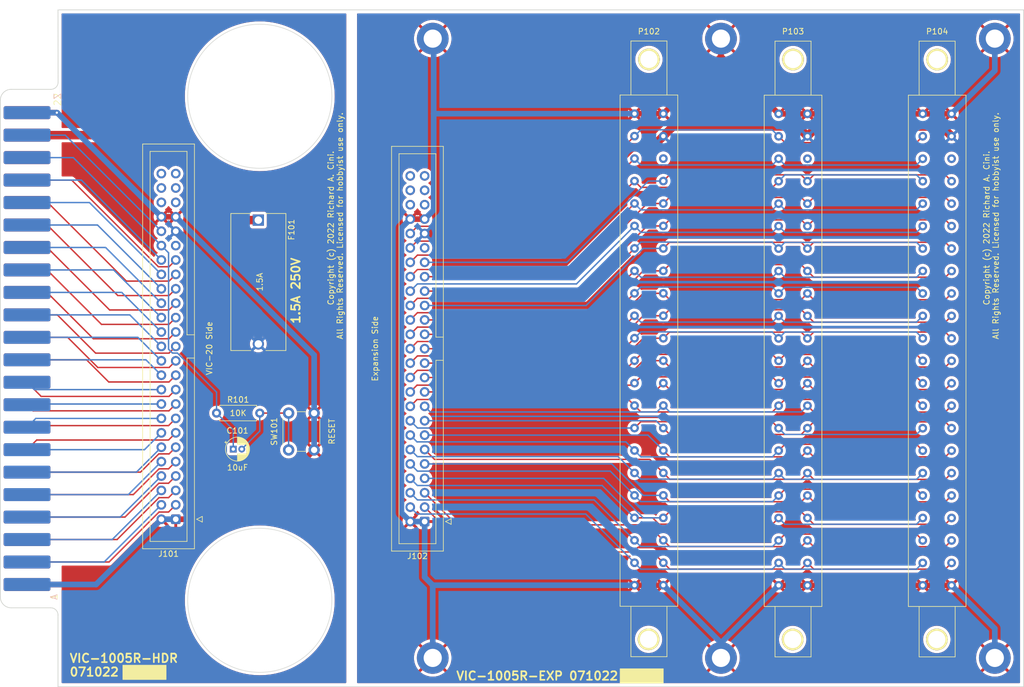
<source format=kicad_pcb>
(kicad_pcb (version 20211014) (generator pcbnew)
  (title_block (title "VIC-1005R 3-slot Expansion") (date "2022-07-10") (rev "1.0-001") (comment 1 "Derived from but not the same as the VIC-1005"))
  (layers (0 "F.Cu" signal) (31 "B.Cu" signal) (34 "B.Paste" user) (35 "F.Paste" user) (36 "B.SilkS" user "B.Silkscreen") (37 "F.SilkS" user "F.Silkscreen") (38 "B.Mask" user) (39 "F.Mask" user) (44 "Edge.Cuts" user))
  (net 0 "")
  (net 1 "BRESET")
  (net 2 "Net-(C101-Pad2)")
  (net 3 "VCC")
  (net 4 "GND1")
  (net 5 "GND")
  (net 6 "BD0")
  (net 7 "BA0")
  (net 8 "BD1")
  (net 9 "BA1")
  (net 10 "BD2")
  (net 11 "BA2")
  (net 12 "BD3")
  (net 13 "BA3")
  (net 14 "BD4")
  (net 15 "BA4")
  (net 16 "BD5")
  (net 17 "BA5")
  (net 18 "BD6")
  (net 19 "BA6")
  (net 20 "BD7")
  (net 21 "BA7")
  (net 22 "BBLK1")
  (net 23 "BA8")
  (net 24 "BBLK2")
  (net 25 "BA9")
  (net 26 "BBLK3")
  (net 27 "BA10")
  (net 28 "BBLK5")
  (net 29 "BA11")
  (net 30 "BRAM1")
  (net 31 "BA12")
  (net 32 "BRAM2")
  (net 33 "BA13")
  (net 34 "BRAM3")
  (net 35 "BIO_2")
  (net 36 "BVR#W")
  (net 37 "BIO_3")
  (net 38 "BR#W")
  (net 39 "BS02")
  (net 40 "BIRQ")
  (net 41 "BNMI")
  (net 43 "BAUDIO_IN")
  (net 50 "D0")
  (net 51 "A0")
  (net 52 "D1")
  (net 53 "A1")
  (net 54 "D2")
  (net 55 "A2")
  (net 56 "D3")
  (net 57 "A3")
  (net 58 "D4")
  (net 59 "A4")
  (net 60 "D5")
  (net 61 "A5")
  (net 62 "D6")
  (net 63 "A6")
  (net 64 "D7")
  (net 65 "A7")
  (net 66 "BLK1")
  (net 67 "A8")
  (net 68 "BLK2")
  (net 69 "A9")
  (net 70 "BLK3")
  (net 71 "A10")
  (net 72 "BLK5")
  (net 73 "A11")
  (net 74 "RAM1")
  (net 75 "A12")
  (net 76 "RAM2")
  (net 77 "A13")
  (net 78 "RAM3")
  (net 79 "IO_2")
  (net 80 "VR#W")
  (net 81 "IO_3")
  (net 82 "R#W")
  (net 83 "S02")
  (net 84 "IRQ")
  (net 85 "NMI")
  (net 87 "RESET")
  (net 88 "VDDA")
  (net 89 "AUDIO_IN")
  (net 99 "/RawVCC")
  (footprint "MountingHole:MountingHole_3.2mm_M3_DIN965_Pad" (layer "F.Cu") (at 99.06 149.86)
    (fp_text reference "H102" hide)
    (fp_text value "MountingHole" hide)
  )
  (footprint "RAC_Custom:MA156-22-2" (layer "F.Cu") (at 27.94 95.3008 -90)
    (fp_text reference "P101" hide)
    (fp_text value "EXPANSION" hide)
    (fp_line (start 45.72 3.175) (end 45.72 -3.81) (layer "Edge.Cuts") (width 0.127))
    (fp_line (start -43.815 5.08) (end 43.815 5.08) (layer "Edge.Cuts") (width 0.127))
    (fp_line (start -45.72 3.175) (end -45.72 -3.81) (layer "Edge.Cuts") (width 0.127))
    (fp_arc (start 45.72 3.175) (mid 45.162038 4.522038) (end 43.815 5.08) (layer "Edge.Cuts") (width 0.127))
    (fp_arc (start -43.815 5.08) (mid -45.162038 4.522038) (end -45.72 3.175) (layer "Edge.Cuts") (width 0.127))
  )
  (footprint "MountingHole:MountingHole_3.2mm_M3_DIN965_Pad" (layer "F.Cu") (at 198.12 40.64)
    (fp_text reference "H105" hide)
    (fp_text value "MountingHole" hide)
  )
  (footprint "MountingHole:MountingHole_3.2mm_M3_DIN965_Pad" (layer "F.Cu") (at 99.06 40.64)
    (fp_text reference "H101" hide)
    (fp_text value "MountingHole" hide)
  )
  (footprint "Keystone:FUSE_4527" (layer "F.Cu") (at 68.326 83.564 -90)
    (fp_text reference "F101")
    (fp_text value "1.5A")
  )
  (footprint "RAC_Custom:EDAC_02_22_Card_Edge_Connector" (layer "F.Cu") (at 137.16 34.0741 180)
    (fp_text reference "P102")
    (fp_text value "EXPANSION" hide)
  )
  (footprint "MountingHole:MountingHole_3.2mm_M3_DIN965_Pad" (layer "F.Cu") (at 198.12 149.86)
    (fp_text reference "H106" hide)
    (fp_text value "MountingHole" hide)
  )
  (footprint "MountingHole:MountingHole_3.2mm_M3_DIN965_Pad" (layer "F.Cu") (at 149.86 40.64)
    (fp_text reference "H103" hide)
    (fp_text value "MountingHole" hide)
  )
  (footprint "RAC_Custom:EDAC_02_22_Card_Edge_Connector" (layer "F.Cu") (at 187.96 34.0995 180)
    (fp_text reference "P104")
    (fp_text value "EXPANSION" hide)
  )
  (footprint "Button_Switch_THT:SW_PUSH_6mm" (layer "F.Cu") (at 78.16 106.68 -90)
    (fp_text reference "SW101")
    (fp_text value "RESET")
  )
  (footprint "RAC_Custom:EDAC_02_22_Card_Edge_Connector" (layer "F.Cu") (at 162.56 34.0995 180)
    (fp_text reference "P103")
    (fp_text value "EXPANSION" hide)
  )
  (footprint "Connector_IDC:IDC-Header_2x25_P2.54mm_Vertical" (layer "F.Cu") (at 53.7718 125.3998 180)
    (fp_text reference "J101")
    (fp_text value "VIC-20 Side")
  )
  (footprint "MountingHole:MountingHole_3.2mm_M3_DIN965_Pad" (layer "F.Cu") (at 149.86 149.86)
    (fp_text reference "H104" hide)
    (fp_text value "MountingHole" hide)
  )
  (footprint "Resistor_THT:R_Axial_DIN0207_L6.3mm_D2.5mm_P7.62mm_Horizontal" (layer "F.Cu") (at 60.96 106.68)
    (fp_text reference "R101")
    (fp_text value "10K")
  )
  (footprint "Capacitor_THT:CP_Radial_D4.0mm_P1.50mm" (layer "F.Cu") (at 63.905 113.03)
    (fp_text reference "C101")
    (fp_text value "10uF")
  )
  (footprint "Connector_IDC:IDC-Header_2x25_P2.54mm_Vertical" (layer "F.Cu") (at 97.6376 125.8062 180)
    (fp_text reference "J102")
    (fp_text value "Expansion Side")
  )
  (gr_poly (pts (xy 52.07 153.67) (xy 44.45 153.67) (xy 44.45 151.13) (xy 52.07 151.13)) (layer "F.SilkS") (width 0.1) (fill solid))
  (gr_poly (pts (xy 139.7 154.305) (xy 132.08 154.305) (xy 132.08 151.765) (xy 139.7 151.765)) (layer "F.SilkS") (width 0.1) (fill solid))
  (gr_circle (center 68.58 50.8) (end 76.2 60.96) (layer "Edge.Cuts") (width 0.1) (fill none))
  (gr_line (start 33.04 48.31) (end 33.02 35.56) (layer "Edge.Cuts") (width 0.127))
  (gr_line (start 33.02 142.2908) (end 33.02 154.94) (layer "Edge.Cuts") (width 0.127))
  (gr_line (start 33.02 35.56) (end 83.82 35.56) (layer "Edge.Cuts") (width 0.127))
  (gr_line (start 33.02 154.94) (end 203.2 154.94) (layer "Edge.Cuts") (width 0.127))
  (gr_arc (start 33.04 48.31) (mid 32.660986 49.215405) (end 31.75 49.5808) (layer "Edge.Cuts") (width 0.127))
  (gr_line (start 203.2 35.56) (end 203.2 154.94) (layer "Edge.Cuts") (width 0.127))
  (gr_arc (start 31.75 141.0208) (mid 32.648026 141.392774) (end 33.02 142.2908) (layer "Edge.Cuts") (width 0.127))
  (gr_circle (center 68.58 139.7) (end 76.2 149.86) (layer "Edge.Cuts") (width 0.1) (fill none))
  (gr_line (start 83.82 35.56) (end 203.2 35.56) (layer "Edge.Cuts") (width 0.127))
  (gr_text "Copyright (c) 2022 Richard A. Cini. \nAll Rights Reserved. Licensed for hobbyist use only.\n" (at 81.915 73.66 90) (layer "F.SilkS") (effects (font (size 1 1))))
  (gr_text "1.5A 250V" (at 74.93 85.09 90) (layer "F.SilkS") (effects (font (size 1.5 1.5) (thickness 0.3))))
  (gr_text "VIC-1005R-EXP 071022" (at 117.475 153.035) (layer "F.SilkS") (effects (font (size 1.5 1.5) (thickness 0.3))))
  (gr_text "Copyright (c) 2022 Richard A. Cini. \nAll Rights Reserved. Licensed for hobbyist use only.\n" (at 197.485 73.66 90) (layer "F.SilkS") (effects (font (size 1 1))))
  (gr_text "VIC-1005R-HDR\n071022" (at 34.925 151.13) (layer "F.SilkS") (effects (font (size 1.5 1.5) (thickness 0.3)) (justify left)))
  (segment (start 51.2318 77.1398) (end 35.7124 61.6204) (width 0.25) (layer "B.Cu") (net 1))
  (segment (start 60.96 106.68) (end 60.96 102.9855) (width 0.25) (layer "B.Cu") (net 1))
  (segment (start 60.96 102.9855) (end 54.0697 96.0952) (width 0.25) (layer "B.Cu") (net 1))
  (segment (start 35.7124 61.6204) (end 27.559 61.6204) (width 0.25) (layer "B.Cu") (net 1))
  (segment (start 54.0697 96.0952) (end 53.1877 96.0952) (width 0.25) (layer "B.Cu") (net 1))
  (segment (start 52.5018 78.4098) (end 51.2318 77.1398) (width 0.25) (layer "B.Cu") (net 1))
  (segment (start 63.905 109.625) (end 60.96 106.68) (width 0.25) (layer "B.Cu") (net 1))
  (segment (start 52.5018 95.4093) (end 52.5018 78.4098) (width 0.25) (layer "B.Cu") (net 1))
  (segment (start 53.1877 96.0952) (end 52.5018 95.4093) (width 0.25) (layer "B.Cu") (net 1))
  (segment (start 63.905 113.03) (end 63.905 109.625) (width 0.25) (layer "B.Cu") (net 1))
  (segment (start 68.58 106.68) (end 73.66 106.68) (width 0.25) (layer "F.Cu") (net 2))
  (segment (start 68.58 109.855) (end 68.58 106.68) (width 0.25) (layer "B.Cu") (net 2))
  (segment (start 65.405 113.03) (end 68.58 109.855) (width 0.25) (layer "B.Cu") (net 2))
  (segment (start 73.66 106.68) (end 73.66 113.18) (width 0.25) (layer "B.Cu") (net 2))
  (segment (start 53.7718 74.5998) (end 53.894 74.5998) (width 1.5) (layer "B.Cu") (net 3))
  (segment (start 68.326 89.0318) (end 68.326 94.484) (width 1.5) (layer "B.Cu") (net 3))
  (segment (start 53.894 74.5998) (end 68.326 89.0318) (width 1.5) (layer "B.Cu") (net 3))
  (segment (start 165.1 137.0595) (end 185.42 137.0595) (width 1) (layer "F.Cu") (net 4))
  (segment (start 139.7 137.0341) (end 134.62 137.0341) (width 1) (layer "F.Cu") (net 4))
  (segment (start 185.42 137.0595) (end 190.5 137.0595) (width 1) (layer "F.Cu") (net 4))
  (segment (start 134.62 53.8741) (end 139.7 53.8741) (width 1) (layer "F.Cu") (net 4))
  (segment (start 139.7 53.8741) (end 149.8346 43.7395) (width 1) (layer "F.Cu") (net 4))
  (segment (start 160.02 53.8995) (end 149.86 43.7395) (width 1) (layer "F.Cu") (net 4))
  (segment (start 160.02 137.0595) (end 165.1 137.0595) (width 1) (layer "F.Cu") (net 4))
  (segment (start 165.1 53.8995) (end 185.42 53.8995) (width 1) (layer "F.Cu") (net 4))
  (segment (start 185.42 53.8995) (end 190.5 53.8995) (width 1) (layer "F.Cu") (net 4))
  (segment (start 149.86 43.7395) (end 149.86 40.64) (width 1) (layer "F.Cu") (net 4))
  (segment (start 149.8346 43.7395) (end 149.86 43.7395) (width 1) (layer "F.Cu") (net 4))
  (segment (start 165.1 53.8995) (end 160.02 53.8995) (width 1) (layer "F.Cu") (net 4))
  (segment (start 95.0976 72.4662) (end 97.6376 72.4662) (width 1) (layer "F.Cu") (net 4))
  (segment (start 198.12 46.2795) (end 198.12 40.64) (width 1) (layer "B.Cu") (net 4))
  (segment (start 149.86 147.1941) (end 149.86 149.86) (width 1) (layer "B.Cu") (net 4))
  (segment (start 99.2245 70.8793) (end 99.2245 53.8741) (width 1) (layer "B.Cu") (net 4))
  (segment (start 99.2245 40.8045) (end 99.06 40.64) (width 1) (layer "B.Cu") (net 4))
  (segment (start 198.12 144.6795) (end 198.12 149.86) (width 1) (layer "B.Cu") (net 4))
  (segment (start 99.06 137.0341) (end 97.6376 135.6117) (width 1) (layer "B.Cu") (net 4))
  (segment (start 97.6376 135.6117) (end 97.6376 125.8062) (width 1) (layer "B.Cu") (net 4))
  (segment (start 190.5 137.0595) (end 198.12 144.6795) (width 1) (layer "B.Cu") (net 4))
  (segment (start 99.2245 53.8741) (end 99.2245 40.8045) (width 1) (layer "B.Cu") (net 4))
  (segment (start 93.547 124.2556) (end 95.0976 125.8062) (width 1) (layer "B.Cu") (net 4))
  (segment (start 93.547 74.0168) (end 93.547 124.2556) (width 1) (layer "B.Cu") (net 4))
  (segment (start 99.2245 53.8741) (end 134.62 53.8741) (width 1) (layer "B.Cu") (net 4))
  (segment (start 149.8854 147.1941) (end 149.86 147.1941) (width 1) (layer "B.Cu") (net 4))
  (segment (start 139.7 137.0341) (end 149.86 147.1941) (width 1) (layer "B.Cu") (net 4))
  (segment (start 95.0976 72.4662) (end 93.547 74.0168) (width 1) (layer "B.Cu") (net 4))
  (segment (start 99.06 137.0341) (end 99.06 149.86) (width 1) (layer "B.Cu") (net 4))
  (segment (start 160.02 137.0595) (end 149.8854 147.1941) (width 1) (layer "B.Cu") (net 4))
  (segment (start 95.0976 125.8062) (end 97.6376 125.8062) (width 1) (layer "B.Cu") (net 4))
  (segment (start 190.5 53.8995) (end 198.12 46.2795) (width 1) (layer "B.Cu") (net 4))
  (segment (start 134.62 137.0341) (end 99.06 137.0341) (width 1) (layer "B.Cu") (net 4))
  (segment (start 97.6376 72.4662) (end 99.2245 70.8793) (width 1) (layer "B.Cu") (net 4))
  (segment (start 27.559 53.6956) (end 32.8125 53.6956) (width 1) (layer "F.Cu") (net 5))
  (segment (start 51.2318 125.3998) (end 39.7256 136.906) (width 1) (layer "F.Cu") (net 5))
  (segment (start 51.2318 72.0598) (end 53.7718 72.0598) (width 1) (layer "F.Cu") (net 5))
  (segment (start 39.7256 136.906) (end 27.559 136.906) (width 1) (layer "F.Cu") (net 5))
  (segment (start 65.9402 125.3998) (end 78.16 113.18) (width 1) (layer "F.Cu") (net 5))
  (segment (start 53.7718 125.3998) (end 65.9402 125.3998) (width 1) (layer "F.Cu") (net 5))
  (via (at 32.8125 53.6956) (size 0.8) (drill 0.4) (layers "F.Cu" "B.Cu") (net 5))
  (segment (start 32.8676 53.6956) (end 51.2318 72.0598) (width 1) (layer "B.Cu") (net 5))
  (segment (start 32.8125 53.6956) (end 32.8676 53.6956) (width 1) (layer "B.Cu") (net 5))
  (segment (start 78.16 96.448) (end 78.16 106.68) (width 1) (layer "B.Cu") (net 5))
  (segment (start 51.2318 125.3998) (end 53.7718 125.3998) (width 1) (layer "B.Cu") (net 5))
  (segment (start 27.559 136.906) (end 39.7256 136.906) (width 1) (layer "B.Cu") (net 5))
  (segment (start 27.559 53.6956) (end 32.8125 53.6956) (width 1) (layer "B.Cu") (net 5))
  (segment (start 53.7718 72.0598) (end 78.16 96.448) (width 1) (layer "B.Cu") (net 5))
  (segment (start 39.7256 136.906) (end 51.2318 125.3998) (width 1) (layer "B.Cu") (net 5))
  (segment (start 78.16 106.68) (end 78.16 113.18) (width 1) (layer "B.Cu") (net 5))
  (segment (start 50.8281 124.1298) (end 42.0143 132.9436) (width 0.25) (layer "F.Cu") (net 6))
  (segment (start 53.7718 122.8598) (end 52.5018 124.1298) (width 0.25) (layer "F.Cu") (net 6))
  (segment (start 42.0143 132.9436) (end 27.559 132.9436) (width 0.25) (layer "F.Cu") (net 6))
  (segment (start 52.5018 124.1298) (end 50.8281 124.1298) (width 0.25) (layer "F.Cu") (net 6))
  (segment (start 51.2318 122.8598) (end 41.148 132.9436) (width 0.25) (layer "B.Cu") (net 7))
  (segment (start 41.148 132.9436) (end 27.559 132.9436) (width 0.25) (layer "B.Cu") (net 7))
  (segment (start 43.4293 128.9812) (end 27.559 128.9812) (width 0.25) (layer "F.Cu") (net 8))
  (segment (start 53.7718 120.3198) (end 52.5018 121.5898) (width 0.25) (layer "F.Cu") (net 8))
  (segment (start 52.5018 121.5898) (end 50.8207 121.5898) (width 0.25) (layer "F.Cu") (net 8))
  (segment (start 50.8207 121.5898) (end 43.4293 128.9812) (width 0.25) (layer "F.Cu") (net 8))
  (segment (start 42.5704 128.9812) (end 27.559 128.9812) (width 0.25) (layer "B.Cu") (net 9))
  (segment (start 51.2318 120.3198) (end 42.5704 128.9812) (width 0.25) (layer "B.Cu") (net 9))
  (segment (start 52.5018 119.0498) (end 50.7923 119.0498) (width 0.25) (layer "F.Cu") (net 10))
  (segment (start 44.8233 125.0188) (end 27.559 125.0188) (width 0.25) (layer "F.Cu") (net 10))
  (segment (start 50.7923 119.0498) (end 44.8233 125.0188) (width 0.25) (layer "F.Cu") (net 10))
  (segment (start 53.7718 117.7798) (end 52.5018 119.0498) (width 0.25) (layer "F.Cu") (net 10))
  (segment (start 51.2318 117.7798) (end 43.9928 125.0188) (width 0.25) (layer "B.Cu") (net 11))
  (segment (start 43.9928 125.0188) (end 27.559 125.0188) (width 0.25) (layer "B.Cu") (net 11))
  (segment (start 50.8307 116.5098) (end 46.2841 121.0564) (width 0.25) (layer "F.Cu") (net 12))
  (segment (start 53.7718 115.2398) (end 52.5018 116.5098) (width 0.25) (layer "F.Cu") (net 12))
  (segment (start 46.2841 121.0564) (end 27.559 121.0564) (width 0.25) (layer "F.Cu") (net 12))
  (segment (start 52.5018 116.5098) (end 50.8307 116.5098) (width 0.25) (layer "F.Cu") (net 12))
  (segment (start 51.2318 115.2398) (end 45.4152 121.0564) (width 0.25) (layer "B.Cu") (net 13))
  (segment (start 45.4152 121.0564) (end 27.559 121.0564) (width 0.25) (layer "B.Cu") (net 13))
  (segment (start 53.7718 112.6998) (end 52.5964 113.8752) (width 0.25) (layer "F.Cu") (net 14))
  (segment (start 52.5964 113.8752) (end 50.7825 113.8752) (width 0.25) (layer "F.Cu") (net 14))
  (segment (start 47.5637 117.094) (end 27.559 117.094) (width 0.25) (layer "F.Cu") (net 14))
  (segment (start 50.7825 113.8752) (end 47.5637 117.094) (width 0.25) (layer "F.Cu") (net 14))
  (segment (start 46.8376 117.094) (end 27.559 117.094) (width 0.25) (layer "B.Cu") (net 15))
  (segment (start 51.2318 112.6998) (end 46.8376 117.094) (width 0.25) (layer "B.Cu") (net 15))
  (segment (start 52.5018 111.4298) (end 29.2608 111.4298) (width 0.25) (layer "F.Cu") (net 16))
  (segment (start 53.7718 110.1598) (end 52.5018 111.4298) (width 0.25) (layer "F.Cu") (net 16))
  (segment (start 29.2608 111.4298) (end 27.559 113.1316) (width 0.25) (layer "F.Cu") (net 16))
  (segment (start 48.26 113.1316) (end 27.559 113.1316) (width 0.25) (layer "B.Cu") (net 17))
  (segment (start 51.2318 110.1598) (end 48.26 113.1316) (width 0.25) (layer "B.Cu") (net 17))
  (segment (start 27.8384 108.8898) (end 27.559 109.1692) (width 0.25) (layer "F.Cu") (net 18))
  (segment (start 53.7718 107.6198) (end 52.5018 108.8898) (width 0.25) (layer "F.Cu") (net 18))
  (segment (start 52.5018 108.8898) (end 27.8384 108.8898) (width 0.25) (layer "F.Cu") (net 18))
  (segment (start 29.1084 107.6198) (end 27.559 109.1692) (width 0.25) (layer "B.Cu") (net 19))
  (segment (start 51.2318 107.6198) (end 29.1084 107.6198) (width 0.25) (layer "B.Cu") (net 19))
  (segment (start 53.7718 105.0798) (end 52.5732 106.2784) (width 0.25) (layer "F.Cu") (net 20))
  (segment (start 52.5732 106.2784) (end 28.6306 106.2784) (width 0.25) (layer "F.Cu") (net 20))
  (segment (start 28.6306 106.2784) (end 27.559 105.2068) (width 0.25) (layer "F.Cu") (net 20))
  (segment (start 27.686 105.0798) (end 27.559 105.2068) (width 0.25) (layer "B.Cu") (net 21))
  (segment (start 51.2318 105.0798) (end 27.686 105.0798) (width 0.25) (layer "B.Cu") (net 21))
  (segment (start 30.0517 103.7371) (end 27.559 101.2444) (width 0.25) (layer "F.Cu") (net 22))
  (segment (start 53.7718 102.5398) (end 52.5745 103.7371) (width 0.25) (layer "F.Cu") (net 22))
  (segment (start 52.5745 103.7371) (end 30.0517 103.7371) (width 0.25) (layer "F.Cu") (net 22))
  (segment (start 28.8544 102.5398) (end 27.559 101.2444) (width 0.25) (layer "B.Cu") (net 23))
  (segment (start 51.2318 102.5398) (end 28.8544 102.5398) (width 0.25) (layer "B.Cu") (net 23))
  (segment (start 41.9539 101.1904) (end 38.0455 97.282) (width 0.25) (layer "F.Cu") (net 24))
  (segment (start 38.0455 97.282) (end 27.559 97.282) (width 0.25) (layer "F.Cu") (net 24))
  (segment (start 52.5812 101.1904) (end 41.9539 101.1904) (width 0.25) (layer "F.Cu") (net 24))
  (segment (start 53.7718 99.9998) (end 52.5812 101.1904) (width 0.25) (layer "F.Cu") (net 24))
  (segment (start 51.2318 99.9998) (end 48.514 97.282) (width 0.25) (layer "B.Cu") (net 25))
  (segment (start 48.514 97.282) (end 27.559 97.282) (width 0.25) (layer "B.Cu") (net 25))
  (segment (start 34.72 93.3196) (end 27.559 93.3196) (width 0.25) (layer "F.Cu") (net 26))
  (segment (start 52.5958 98.6358) (end 40.0362 98.6358) (width 0.25) (layer "F.Cu") (net 26))
  (segment (start 40.0362 98.6358) (end 34.72 93.3196) (width 0.25) (layer "F.Cu") (net 26))
  (segment (start 53.7718 97.4598) (end 52.5958 98.6358) (width 0.25) (layer "F.Cu") (net 26))
  (segment (start 51.2318 97.4598) (end 47.0916 93.3196) (width 0.25) (layer "B.Cu") (net 27))
  (segment (start 47.0916 93.3196) (end 27.559 93.3196) (width 0.25) (layer "B.Cu") (net 27))
  (segment (start 53.7718 94.9198) (end 52.5856 96.106) (width 0.25) (layer "F.Cu") (net 28))
  (segment (start 39.647 96.106) (end 32.8982 89.3572) (width 0.25) (layer "F.Cu") (net 28))
  (segment (start 32.8982 89.3572) (end 27.559 89.3572) (width 0.25) (layer "F.Cu") (net 28))
  (segment (start 52.5856 96.106) (end 39.647 96.106) (width 0.25) (layer "F.Cu") (net 28))
  (segment (start 45.6692 89.3572) (end 27.559 89.3572) (width 0.25) (layer "B.Cu") (net 29))
  (segment (start 51.2318 94.9198) (end 45.6692 89.3572) (width 0.25) (layer "B.Cu") (net 29))
  (segment (start 31.0767 85.3948) (end 27.559 85.3948) (width 0.25) (layer "F.Cu") (net 30))
  (segment (start 53.7718 92.3798) (end 52.5819 93.5697) (width 0.25) (layer "F.Cu") (net 30))
  (segment (start 52.5819 93.5697) (end 39.2516 93.5697) (width 0.25) (layer "F.Cu") (net 30))
  (segment (start 39.2516 93.5697) (end 31.0767 85.3948) (width 0.25) (layer "F.Cu") (net 30))
  (segment (start 44.2468 85.3948) (end 27.559 85.3948) (width 0.25) (layer "B.Cu") (net 31))
  (segment (start 51.2318 92.3798) (end 44.2468 85.3948) (width 0.25) (layer "B.Cu") (net 31))
  (segment (start 53.7718 89.8398) (end 52.5817 91.0299) (width 0.25) (layer "F.Cu") (net 32))
  (segment (start 31.0802 81.4324) (end 27.559 81.4324) (width 0.25) (layer "F.Cu") (net 32))
  (segment (start 52.5817 91.0299) (end 40.6777 91.0299) (width 0.25) (layer "F.Cu") (net 32))
  (segment (start 40.6777 91.0299) (end 31.0802 81.4324) (width 0.25) (layer "F.Cu") (net 32))
  (segment (start 42.8244 81.4324) (end 27.559 81.4324) (width 0.25) (layer "B.Cu") (net 33))
  (segment (start 51.2318 89.8398) (end 42.8244 81.4324) (width 0.25) (layer "B.Cu") (net 33))
  (segment (start 31.0906 77.47) (end 27.559 77.47) (width 0.25) (layer "F.Cu") (net 34))
  (segment (start 52.5815 88.4901) (end 42.1107 88.4901) (width 0.25) (layer "F.Cu") (net 34))
  (segment (start 42.1107 88.4901) (end 31.0906 77.47) (width 0.25) (layer "F.Cu") (net 34))
  (segment (start 53.7718 87.2998) (end 52.5815 88.4901) (width 0.25) (layer "F.Cu") (net 34))
  (segment (start 51.2318 87.2998) (end 41.402 77.47) (width 0.25) (layer "B.Cu") (net 35))
  (segment (start 41.402 77.47) (end 27.559 77.47) (width 0.25) (layer "B.Cu") (net 35))
  (segment (start 31.1218 73.5076) (end 27.559 73.5076) (width 0.25) (layer "F.Cu") (net 36))
  (segment (start 53.7718 84.7598) (end 52.5796 85.952) (width 0.25) (layer "F.Cu") (net 36))
  (segment (start 52.5796 85.952) (end 43.5662 85.952) (width 0.25) (layer "F.Cu") (net 36))
  (segment (start 43.5662 85.952) (end 31.1218 73.5076) (width 0.25) (layer "F.Cu") (net 36))
  (segment (start 39.9796 73.5076) (end 27.559 73.5076) (width 0.25) (layer "B.Cu") (net 37))
  (segment (start 51.2318 84.7598) (end 39.9796 73.5076) (width 0.25) (layer "B.Cu") (net 37))
  (segment (start 53.7718 82.2198) (end 52.5917 83.3999) (width 0.25) (layer "F.Cu") (net 38))
  (segment (start 52.5917 83.3999) (end 45.0702 83.3999) (width 0.25) (layer "F.Cu") (net 38))
  (segment (start 31.2155 69.5452) (end 27.559 69.5452) (width 0.25) (layer "F.Cu") (net 38))
  (segment (start 45.0702 83.3999) (end 31.2155 69.5452) (width 0.25) (layer "F.Cu") (net 38))
  (segment (start 51.2318 82.2198) (end 38.5572 69.5452) (width 0.25) (layer "B.Cu") (net 39))
  (segment (start 38.5572 69.5452) (end 27.559 69.5452) (width 0.25) (layer "B.Cu") (net 39))
  (segment (start 52.5812 80.8704) (end 50.7095 80.8704) (width 0.25) (layer "F.Cu") (net 40))
  (segment (start 53.7718 79.6798) (end 52.5812 80.8704) (width 0.25) (layer "F.Cu") (net 40))
  (segment (start 35.4219 65.5828) (end 27.559 65.5828) (width 0.25) (layer "F.Cu") (net 40))
  (segment (start 50.7095 80.8704) (end 35.4219 65.5828) (width 0.25) (layer "F.Cu") (net 40))
  (segment (start 37.1348 65.5828) (end 27.559 65.5828) (width 0.25) (layer "B.Cu") (net 41))
  (segment (start 51.2318 79.6798) (end 37.1348 65.5828) (width 0.25) (layer "B.Cu") (net 41))
  (segment (start 51.2318 74.5998) (end 34.29 57.658) (width 0.25) (layer "B.Cu") (net 43))
  (segment (start 34.29 57.658) (end 27.559 57.658) (width 0.25) (layer "B.Cu") (net 43))
  (segment (start 139.7 133.0741) (end 140.8128 134.1869) (width 0.25) (layer "F.Cu") (net 50))
  (segment (start 105.5445 131.1731) (end 137.799 131.1731) (width 0.25) (layer "F.Cu") (net 50))
  (segment (start 189.3996 134.1999) (end 190.5 133.0995) (width 0.25) (layer "F.Cu") (net 50))
  (segment (start 140.8128 134.1869) (end 164.0126 134.1869) (width 0.25) (layer "F.Cu") (net 50))
  (segment (start 166.2004 134.1999) (end 189.3996 134.1999) (width 0.25) (layer "F.Cu") (net 50))
  (segment (start 165.1 133.0995) (end 166.2004 134.1999) (width 0.25) (layer "F.Cu") (net 50))
  (segment (start 97.6376 123.2662) (end 105.5445 131.1731) (width 0.25) (layer "F.Cu") (net 50))
  (segment (start 164.0126 134.1869) (end 165.1 133.0995) (width 0.25) (layer "F.Cu") (net 50))
  (segment (start 137.799 131.1731) (end 139.7 133.0741) (width 0.25) (layer "F.Cu") (net 50))
  (segment (start 184.3143 134.2052) (end 185.42 133.0995) (width 0.25) (layer "B.Cu") (net 51))
  (segment (start 134.62 133.0741) (end 135.7449 134.199) (width 0.25) (layer "B.Cu") (net 51))
  (segment (start 95.0976 123.2662) (end 96.3142 124.4828) (width 0.25) (layer "B.Cu") (net 51))
  (segment (start 158.9205 134.199) (end 160.02 133.0995) (width 0.25) (layer "B.Cu") (net 51))
  (segment (start 160.02 133.0995) (end 161.1257 134.2052) (width 0.25) (layer "B.Cu") (net 51))
  (segment (start 135.7449 134.199) (end 158.9205 134.199) (width 0.25) (layer "B.Cu") (net 51))
  (segment (start 161.1257 134.2052) (end 184.3143 134.2052) (width 0.25) (layer "B.Cu") (net 51))
  (segment (start 96.3142 124.4828) (end 126.0287 124.4828) (width 0.25) (layer "B.Cu") (net 51))
  (segment (start 126.0287 124.4828) (end 134.62 133.0741) (width 0.25) (layer "B.Cu") (net 51))
  (segment (start 165.1 129.1395) (end 166.2004 130.2399) (width 0.25) (layer "F.Cu") (net 52))
  (segment (start 140.8128 130.2269) (end 164.0126 130.2269) (width 0.25) (layer "F.Cu") (net 52))
  (segment (start 139.7 129.1141) (end 140.8128 130.2269) (width 0.25) (layer "F.Cu") (net 52))
  (segment (start 97.6376 120.7262) (end 103.3052 126.3938) (width 0.25) (layer "F.Cu") (net 52))
  (segment (start 166.2004 130.2399) (end 189.3996 130.2399) (width 0.25) (layer "F.Cu") (net 52))
  (segment (start 103.3052 126.3938) (end 136.9797 126.3938) (width 0.25) (layer "F.Cu") (net 52))
  (segment (start 164.0126 130.2269) (end 165.1 129.1395) (width 0.25) (layer "F.Cu") (net 52))
  (segment (start 136.9797 126.3938) (end 139.7 129.1141) (width 0.25) (layer "F.Cu") (net 52))
  (segment (start 189.3996 130.2399) (end 190.5 129.1395) (width 0.25) (layer "F.Cu") (net 52))
  (segment (start 161.1338 128.0257) (end 184.3062 128.0257) (width 0.25) (layer "F.Cu") (net 53))
  (segment (start 184.3062 128.0257) (end 185.42 129.1395) (width 0.25) (layer "F.Cu") (net 53))
  (segment (start 160.02 129.1395) (end 161.1338 128.0257) (width 0.25) (layer "F.Cu") (net 53))
  (segment (start 135.7126 130.2067) (end 134.62 129.1141) (width 0.25) (layer "B.Cu") (net 53))
  (segment (start 127.5021 121.9962) (end 134.62 129.1141) (width 0.25) (layer "B.Cu") (net 53))
  (segment (start 96.3676 121.9962) (end 127.5021 121.9962) (width 0.25) (layer "B.Cu") (net 53))
  (segment (start 160.02 129.1395) (end 158.9528 130.2067) (width 0.25) (layer "B.Cu") (net 53))
  (segment (start 158.9528 130.2067) (end 135.7126 130.2067) (width 0.25) (layer "B.Cu") (net 53))
  (segment (start 95.0976 120.7262) (end 96.3676 121.9962) (width 0.25) (layer "B.Cu") (net 53))
  (segment (start 189.3996 126.2799) (end 190.5 125.1795) (width 0.25) (layer "F.Cu") (net 54))
  (segment (start 139.7 125.1541) (end 140.7624 124.0917) (width 0.25) (layer "F.Cu") (net 54))
  (segment (start 164.0122 124.0917) (end 165.1 125.1795) (width 0.25) (layer "F.Cu") (net 54))
  (segment (start 140.7624 124.0917) (end 164.0122 124.0917) (width 0.25) (layer "F.Cu") (net 54))
  (segment (start 166.2004 126.2799) (end 189.3996 126.2799) (width 0.25) (layer "F.Cu") (net 54))
  (segment (start 165.1 125.1795) (end 166.2004 126.2799) (width 0.25) (layer "F.Cu") (net 54))
  (segment (start 129.19 118.1862) (end 136.1579 125.1541) (width 0.25) (layer "B.Cu") (net 54))
  (segment (start 136.1579 125.1541) (end 139.7 125.1541) (width 0.25) (layer "B.Cu") (net 54))
  (segment (start 97.6376 118.1862) (end 129.19 118.1862) (width 0.25) (layer "B.Cu") (net 54))
  (segment (start 137.8233 125.1541) (end 134.62 125.1541) (width 0.25) (layer "F.Cu") (net 55))
  (segment (start 158.9305 126.269) (end 138.9382 126.269) (width 0.25) (layer "F.Cu") (net 55))
  (segment (start 160.02 125.1795) (end 158.9305 126.269) (width 0.25) (layer "F.Cu") (net 55))
  (segment (start 138.9382 126.269) (end 137.8233 125.1541) (width 0.25) (layer "F.Cu") (net 55))
  (segment (start 128.9221 119.4562) (end 134.62 125.1541) (width 0.25) (layer "B.Cu") (net 55))
  (segment (start 96.3676 119.4562) (end 128.9221 119.4562) (width 0.25) (layer "B.Cu") (net 55))
  (segment (start 161.1257 126.2852) (end 184.3143 126.2852) (width 0.25) (layer "B.Cu") (net 55))
  (segment (start 95.0976 118.1862) (end 96.3676 119.4562) (width 0.25) (layer "B.Cu") (net 55))
  (segment (start 184.3143 126.2852) (end 185.42 125.1795) (width 0.25) (layer "B.Cu") (net 55))
  (segment (start 160.02 125.1795) (end 161.1257 126.2852) (width 0.25) (layer "B.Cu") (net 55))
  (segment (start 140.8128 122.3069) (end 164.0126 122.3069) (width 0.25) (layer "F.Cu") (net 56))
  (segment (start 166.2004 122.3199) (end 189.3996 122.3199) (width 0.25) (layer "F.Cu") (net 56))
  (segment (start 139.7 121.1941) (end 140.8128 122.3069) (width 0.25) (layer "F.Cu") (net 56))
  (segment (start 165.1 121.2195) (end 166.2004 122.3199) (width 0.25) (layer "F.Cu") (net 56))
  (segment (start 164.0126 122.3069) (end 165.1 121.2195) (width 0.25) (layer "F.Cu") (net 56))
  (segment (start 189.3996 122.3199) (end 190.5 121.2195) (width 0.25) (layer "F.Cu") (net 56))
  (segment (start 136.1579 121.1941) (end 139.7 121.1941) (width 0.25) (layer "B.Cu") (net 56))
  (segment (start 130.61 115.6462) (end 136.1579 121.1941) (width 0.25) (layer "B.Cu") (net 56))
  (segment (start 97.6376 115.6462) (end 130.61 115.6462) (width 0.25) (layer "B.Cu") (net 56))
  (segment (start 160.02 121.2195) (end 161.1338 120.1057) (width 0.25) (layer "F.Cu") (net 57))
  (segment (start 161.1338 120.1057) (end 184.3062 120.1057) (width 0.25) (layer "F.Cu") (net 57))
  (segment (start 184.3062 120.1057) (end 185.42 121.2195) (width 0.25) (layer "F.Cu") (net 57))
  (segment (start 96.3676 116.9162) (end 130.3421 116.9162) (width 0.25) (layer "B.Cu") (net 57))
  (segment (start 130.3421 116.9162) (end 134.62 121.1941) (width 0.25) (layer "B.Cu") (net 57))
  (segment (start 160.02 121.2195) (end 158.9531 122.2864) (width 0.25) (layer "B.Cu") (net 57))
  (segment (start 135.7123 122.2864) (end 134.62 121.1941) (width 0.25) (layer "B.Cu") (net 57))
  (segment (start 95.0976 115.6462) (end 96.3676 116.9162) (width 0.25) (layer "B.Cu") (net 57))
  (segment (start 158.9531 122.2864) (end 135.7123 122.2864) (width 0.25) (layer "B.Cu") (net 57))
  (segment (start 164.0101 118.3494) (end 140.8153 118.3494) (width 0.25) (layer "F.Cu") (net 58))
  (segment (start 99.3687 114.8373) (end 137.3032 114.8373) (width 0.25) (layer "F.Cu") (net 58))
  (segment (start 165.1 117.2595) (end 164.0101 118.3494) (width 0.25) (layer "F.Cu") (net 58))
  (segment (start 165.1 117.2595) (end 166.2119 118.3714) (width 0.25) (layer "F.Cu") (net 58))
  (segment (start 137.3032 114.8373) (end 139.7 117.2341) (width 0.25) (layer "F.Cu") (net 58))
  (segment (start 97.6376 113.1062) (end 99.3687 114.8373) (width 0.25) (layer "F.Cu") (net 58))
  (segment (start 189.3881 118.3714) (end 190.5 117.2595) (width 0.25) (layer "F.Cu") (net 58))
  (segment (start 166.2119 118.3714) (end 189.3881 118.3714) (width 0.25) (layer "F.Cu") (net 58))
  (segment (start 140.8153 118.3494) (end 139.7 117.2341) (width 0.25) (layer "F.Cu") (net 58))
  (segment (start 95.0976 113.1062) (end 96.3529 114.3615) (width 0.25) (layer "B.Cu") (net 59))
  (segment (start 160.02 117.2595) (end 161.1095 118.349) (width 0.25) (layer "B.Cu") (net 59))
  (segment (start 184.3305 118.349) (end 185.42 117.2595) (width 0.25) (layer "B.Cu") (net 59))
  (segment (start 160.02 117.2595) (end 158.9575 118.322) (width 0.25) (layer "B.Cu") (net 59))
  (segment (start 158.9575 118.322) (end 135.7079 118.322) (width 0.25) (layer "B.Cu") (net 59))
  (segment (start 96.3529 114.3615) (end 131.7474 114.3615) (width 0.25) (layer "B.Cu") (net 59))
  (segment (start 161.1095 118.349) (end 184.3305 118.349) (width 0.25) (layer "B.Cu") (net 59))
  (segment (start 131.7474 114.3615) (end 134.62 117.2341) (width 0.25) (layer "B.Cu") (net 59))
  (segment (start 135.7079 118.322) (end 134.62 117.2341) (width 0.25) (layer "B.Cu") (net 59))
  (segment (start 139.7 113.2741) (end 140.8128 114.3869) (width 0.25) (layer "F.Cu") (net 60))
  (segment (start 189.4065 114.393) (end 190.5 113.2995) (width 0.25) (layer "F.Cu") (net 60))
  (segment (start 165.1 113.2995) (end 166.1935 114.393) (width 0.25) (layer "F.Cu") (net 60))
  (segment (start 164.0126 114.3869) (end 165.1 113.2995) (width 0.25) (layer "F.Cu") (net 60))
  (segment (start 140.8128 114.3869) (end 164.0126 114.3869) (width 0.25) (layer "F.Cu") (net 60))
  (segment (start 166.1935 114.393) (end 189.4065 114.393) (width 0.25) (layer "F.Cu") (net 60))
  (segment (start 136.9921 110.5662) (end 139.7 113.2741) (width 0.25) (layer "B.Cu") (net 60))
  (segment (start 97.6376 110.5662) (end 136.9921 110.5662) (width 0.25) (layer "B.Cu") (net 60))
  (segment (start 161.1338 112.1857) (end 184.3062 112.1857) (width 0.25) (layer "F.Cu") (net 61))
  (segment (start 160.02 113.2995) (end 161.1338 112.1857) (width 0.25) (layer "F.Cu") (net 61))
  (segment (start 184.3062 112.1857) (end 185.42 113.2995) (width 0.25) (layer "F.Cu") (net 61))
  (segment (start 133.1026 111.7567) (end 134.62 113.2741) (width 0.25) (layer "B.Cu") (net 61))
  (segment (start 135.7449 114.399) (end 158.9205 114.399) (width 0.25) (layer "B.Cu") (net 61))
  (segment (start 95.0976 110.5662) (end 96.2881 111.7567) (width 0.25) (layer "B.Cu") (net 61))
  (segment (start 158.9205 114.399) (end 160.02 113.2995) (width 0.25) (layer "B.Cu") (net 61))
  (segment (start 96.2881 111.7567) (end 133.1026 111.7567) (width 0.25) (layer "B.Cu") (net 61))
  (segment (start 134.62 113.2741) (end 135.7449 114.399) (width 0.25) (layer "B.Cu") (net 61))
  (segment (start 140.828 110.4421) (end 163.9974 110.4421) (width 0.25) (layer "F.Cu") (net 62))
  (segment (start 166.2112 108.2283) (end 189.3888 108.2283) (width 0.25) (layer "F.Cu") (net 62))
  (segment (start 165.1 109.3395) (end 166.2112 108.2283) (width 0.25) (layer "F.Cu") (net 62))
  (segment (start 189.3888 108.2283) (end 190.5 109.3395) (width 0.25) (layer "F.Cu") (net 62))
  (segment (start 139.7 109.3141) (end 140.828 110.4421) (width 0.25) (layer "F.Cu") (net 62))
  (segment (start 163.9974 110.4421) (end 165.1 109.3395) (width 0.25) (layer "F.Cu") (net 62))
  (segment (start 138.4121 108.0262) (end 139.7 109.3141) (width 0.25) (layer "B.Cu") (net 62))
  (segment (start 97.6376 108.0262) (end 138.4121 108.0262) (width 0.25) (layer "B.Cu") (net 62))
  (segment (start 158.8834 108.2029) (end 160.02 109.3395) (width 0.25) (layer "F.Cu") (net 63))
  (segment (start 134.62 109.3141) (end 135.7312 108.2029) (width 0.25) (layer "F.Cu") (net 63))
  (segment (start 135.7312 108.2029) (end 158.8834 108.2029) (width 0.25) (layer "F.Cu") (net 63))
  (segment (start 160.02 109.3395) (end 161.1337 110.4532) (width 0.25) (layer "B.Cu") (net 63))
  (segment (start 95.0976 108.0262) (end 96.3855 109.3141) (width 0.25) (layer "B.Cu") (net 63))
  (segment (start 184.3063 110.4532) (end 185.42 109.3395) (width 0.25) (layer "B.Cu") (net 63))
  (segment (start 161.1337 110.4532) (end 184.3063 110.4532) (width 0.25) (layer "B.Cu") (net 63))
  (segment (start 96.3855 109.3141) (end 134.62 109.3141) (width 0.25) (layer "B.Cu") (net 63))
  (segment (start 189.3865 106.493) (end 190.5 105.3795) (width 0.25) (layer "F.Cu") (net 64))
  (segment (start 165.1 105.3795) (end 166.2135 106.493) (width 0.25) (layer "F.Cu") (net 64))
  (segment (start 166.2135 106.493) (end 189.3865 106.493) (width 0.25) (layer "F.Cu") (net 64))
  (segment (start 97.6376 105.4862) (end 98.6361 106.4847) (width 0.25) (layer "B.Cu") (net 64))
  (segment (start 165.1 105.3795) (end 164.0084 106.4711) (width 0.25) (layer "B.Cu") (net 64))
  (segment (start 98.6361 106.4847) (end 138.5694 106.4847) (width 0.25) (layer "B.Cu") (net 64))
  (segment (start 138.5694 106.4847) (end 139.7 105.3541) (width 0.25) (layer "B.Cu") (net 64))
  (segment (start 140.817 106.4711) (end 139.7 105.3541) (width 0.25) (layer "B.Cu") (net 64))
  (segment (start 164.0084 106.4711) (end 140.817 106.4711) (width 0.25) (layer "B.Cu") (net 64))
  (segment (start 96.2965 104.2873) (end 95.0976 105.4862) (width 0.25) (layer "F.Cu") (net 65))
  (segment (start 135.7441 106.4782) (end 134.62 105.3541) (width 0.25) (layer "F.Cu") (net 65))
  (segment (start 161.1338 104.2657) (end 160.02 105.3795) (width 0.25) (layer "F.Cu") (net 65))
  (segment (start 158.9213 106.4782) (end 135.7441 106.4782) (width 0.25) (layer "F.Cu") (net 65))
  (segment (start 134.62 105.3541) (end 133.5532 104.2873) (width 0.25) (layer "F.Cu") (net 65))
  (segment (start 160.02 105.3795) (end 158.9213 106.4782) (width 0.25) (layer "F.Cu") (net 65))
  (segment (start 184.3062 104.2657) (end 161.1338 104.2657) (width 0.25) (layer "F.Cu") (net 65))
  (segment (start 133.5532 104.2873) (end 96.2965 104.2873) (width 0.25) (layer "F.Cu") (net 65))
  (segment (start 185.42 105.3795) (end 184.3062 104.2657) (width 0.25) (layer "F.Cu") (net 65))
  (segment (start 140.8128 102.5069) (end 164.0126 102.5069) (width 0.25) (layer "F.Cu") (net 66))
  (segment (start 139.7 101.3941) (end 140.8128 102.5069) (width 0.25) (layer "F.Cu") (net 66))
  (segment (start 166.2004 102.5199) (end 189.3996 102.5199) (width 0.25) (layer "F.Cu") (net 66))
  (segment (start 165.1 101.4195) (end 166.2004 102.5199) (width 0.25) (layer "F.Cu") (net 66))
  (segment (start 189.3996 102.5199) (end 190.5 101.4195) (width 0.25) (layer "F.Cu") (net 66))
  (segment (start 97.6376 102.9462) (end 138.1479 102.9462) (width 0.25) (layer "F.Cu") (net 66))
  (segment (start 164.0126 102.5069) (end 165.1 101.4195) (width 0.25) (layer "F.Cu") (net 66))
  (segment (start 138.1479 102.9462) (end 139.7 101.3941) (width 0.25) (layer "F.Cu") (net 66))
  (segment (start 184.3211 100.3206) (end 185.42 101.4195) (width 0.25) (layer "F.Cu") (net 67))
  (segment (start 135.7184 100.2957) (end 134.62 101.3941) (width 0.25) (layer "F.Cu") (net 67))
  (segment (start 95.0976 102.9462) (end 96.2879 101.7559) (width 0.25) (layer "F.Cu") (net 67))
  (segment (start 161.1189 100.3206) (end 184.3211 100.3206) (width 0.25) (layer "F.Cu") (net 67))
  (segment (start 160.02 101.4195) (end 158.8962 100.2957) (width 0.25) (layer "F.Cu") (net 67))
  (segment (start 158.8962 100.2957) (end 135.7184 100.2957) (width 0.25) (layer "F.Cu") (net 67))
  (segment (start 134.2582 101.7559) (end 134.62 101.3941) (width 0.25) (layer "F.Cu") (net 67))
  (segment (start 160.02 101.4195) (end 161.1189 100.3206) (width 0.25) (layer "F.Cu") (net 67))
  (segment (start 96.2879 101.7559) (end 134.2582 101.7559) (width 0.25) (layer "F.Cu") (net 67))
  (segment (start 136.1579 97.4341) (end 139.7 97.4341) (width 0.25) (layer "F.Cu") (net 68))
  (segment (start 139.7 97.4341) (end 140.8128 98.5469) (width 0.25) (layer "F.Cu") (net 68))
  (segment (start 133.1858 100.4062) (end 136.1579 97.4341) (width 0.25) (layer "F.Cu") (net 68))
  (segment (start 165.1 97.4595) (end 166.1935 98.553) (width 0.25) (layer "F.Cu") (net 68))
  (segment (start 140.8128 98.5469) (end 164.0126 98.5469) (width 0.25) (layer "F.Cu") (net 68))
  (segment (start 164.0126 98.5469) (end 165.1 97.4595) (width 0.25) (layer "F.Cu") (net 68))
  (segment (start 97.6376 100.4062) (end 133.1858 100.4062) (width 0.25) (layer "F.Cu") (net 68))
  (segment (start 166.1935 98.553) (end 189.4065 98.553) (width 0.25) (layer "F.Cu") (net 68))
  (segment (start 189.4065 98.553) (end 190.5 97.4595) (width 0.25) (layer "F.Cu") (net 68))
  (segment (start 132.9179 99.1362) (end 134.62 97.4341) (width 0.25) (layer "F.Cu") (net 69))
  (segment (start 161.1338 96.3457) (end 184.3062 96.3457) (width 0.25) (layer "F.Cu") (net 69))
  (segment (start 160.02 97.4595) (end 161.1338 96.3457) (width 0.25) (layer "F.Cu") (net 69))
  (segment (start 96.3676 99.1362) (end 132.9179 99.1362) (width 0.25) (layer "F.Cu") (net 69))
  (segment (start 160.02 97.4595) (end 158.8937 96.3332) (width 0.25) (layer "F.Cu") (net 69))
  (segment (start 135.7209 96.3332) (end 134.62 97.4341) (width 0.25) (layer "F.Cu") (net 69))
  (segment (start 184.3062 96.3457) (end 185.42 97.4595) (width 0.25) (layer "F.Cu") (net 69))
  (segment (start 158.8937 96.3332) (end 135.7209 96.3332) (width 0.25) (layer "F.Cu") (net 69))
  (segment (start 95.0976 100.4062) (end 96.3676 99.1362) (width 0.25) (layer "F.Cu") (net 69))
  (segment (start 140.7622 92.4119) (end 164.0124 92.4119) (width 0.25) (layer "F.Cu") (net 70))
  (segment (start 136.1579 93.4741) (end 131.7658 97.8662) (width 0.25) (layer "F.Cu") (net 70))
  (segment (start 166.2112 92.3883) (end 189.3888 92.3883) (width 0.25) (layer "F.Cu") (net 70))
  (segment (start 139.7 93.4741) (end 140.7622 92.4119) (width 0.25) (layer "F.Cu") (net 70))
  (segment (start 189.3888 92.3883) (end 190.5 93.4995) (width 0.25) (layer "F.Cu") (net 70))
  (segment (start 164.0124 92.4119) (end 165.1 93.4995) (width 0.25) (layer "F.Cu") (net 70))
  (segment (start 139.7 93.4741) (end 136.1579 93.4741) (width 0.25) (layer "F.Cu") (net 70))
  (segment (start 165.1 93.4995) (end 166.2112 92.3883) (width 0.25) (layer "F.Cu") (net 70))
  (segment (start 131.7658 97.8662) (end 97.6376 97.8662) (width 0.25) (layer "F.Cu") (net 70))
  (segment (start 95.0976 97.8662) (end 96.3676 96.5962) (width 0.25) (layer "F.Cu") (net 71))
  (segment (start 96.3676 96.5962) (end 131.4979 96.5962) (width 0.25) (layer "F.Cu") (net 71))
  (segment (start 131.4979 96.5962) (end 134.62 93.4741) (width 0.25) (layer "F.Cu") (net 71))
  (segment (start 160.02 93.4995) (end 161.1338 92.3857) (width 0.25) (layer "B.Cu") (net 71))
  (segment (start 135.7338 92.3603) (end 158.8808 92.3603) (width 0.25) (layer "B.Cu") (net 71))
  (segment (start 158.8808 92.3603) (end 160.02 93.4995) (width 0.25) (layer "B.Cu") (net 71))
  (segment (start 134.62 93.4741) (end 135.7338 92.3603) (width 0.25) (layer "B.Cu") (net 71))
  (segment (start 184.3062 92.3857) (end 185.42 93.4995) (width 0.25) (layer "B.Cu") (net 71))
  (segment (start 161.1338 92.3857) (end 184.3062 92.3857) (width 0.25) (layer "B.Cu") (net 71))
  (segment (start 165.1 89.5395) (end 166.2038 90.6433) (width 0.25) (layer "F.Cu") (net 72))
  (segment (start 140.7622 88.4519) (end 164.0124 88.4519) (width 0.25) (layer "F.Cu") (net 72))
  (segment (start 136.1579 89.5141) (end 139.7 89.5141) (width 0.25) (layer "F.Cu") (net 72))
  (segment (start 139.7 89.5141) (end 140.7622 88.4519) (width 0.25) (layer "F.Cu") (net 72))
  (segment (start 164.0124 88.4519) (end 165.1 89.5395) (width 0.25) (layer "F.Cu") (net 72))
  (segment (start 189.3962 90.6433) (end 190.5 89.5395) (width 0.25) (layer "F.Cu") (net 72))
  (segment (start 97.6376 95.3262) (end 130.3458 95.3262) (width 0.25) (layer "F.Cu") (net 72))
  (segment (start 130.3458 95.3262) (end 136.1579 89.5141) (width 0.25) (layer "F.Cu") (net 72))
  (segment (start 166.2038 90.6433) (end 189.3962 90.6433) (width 0.25) (layer "F.Cu") (net 72))
  (segment (start 95.0976 95.3262) (end 96.3676 94.0562) (width 0.25) (layer "F.Cu") (net 73))
  (segment (start 96.3676 94.0562) (end 130.0779 94.0562) (width 0.25) (layer "F.Cu") (net 73))
  (segment (start 130.0779 94.0562) (end 134.62 89.5141) (width 0.25) (layer "F.Cu") (net 73))
  (segment (start 161.1248 90.6443) (end 184.3152 90.6443) (width 0.25) (layer "B.Cu") (net 73))
  (segment (start 135.7368 90.6309) (end 158.9286 90.6309) (width 0.25) (layer "B.Cu") (net 73))
  (segment (start 158.9286 90.6309) (end 160.02 89.5395) (width 0.25) (layer "B.Cu") (net 73))
  (segment (start 134.62 89.5141) (end 135.7368 90.6309) (width 0.25) (layer "B.Cu") (net 73))
  (segment (start 184.3152 90.6443) (end 185.42 89.5395) (width 0.25) (layer "B.Cu") (net 73))
  (segment (start 160.02 89.5395) (end 161.1248 90.6443) (width 0.25) (layer "B.Cu") (net 73))
  (segment (start 128.9258 92.7862) (end 136.1579 85.5541) (width 0.25) (layer "F.Cu") (net 74))
  (segment (start 97.6376 92.7862) (end 128.9258 92.7862) (width 0.25) (layer "F.Cu") (net 74))
  (segment (start 189.3994 86.6801) (end 190.5 85.5795) (width 0.25) (layer "F.Cu") (net 74))
  (segment (start 139.7 85.5541) (end 140.8134 86.6675) (width 0.25) (layer "F.Cu") (net 74))
  (segment (start 164.012 86.6675) (end 165.1 85.5795) (width 0.25) (layer "F.Cu") (net 74))
  (segment (start 140.8134 86.6675) (end 164.012 86.6675) (width 0.25) (layer "F.Cu") (net 74))
  (segment (start 166.2006 86.6801) (end 189.3994 86.6801) (width 0.25) (layer "F.Cu") (net 74))
  (segment (start 165.1 85.5795) (end 166.2006 86.6801) (width 0.25) (layer "F.Cu") (net 74))
  (segment (start 136.1579 85.5541) (end 139.7 85.5541) (width 0.25) (layer "F.Cu") (net 74))
  (segment (start 95.0976 92.7862) (end 96.3676 91.5162) (width 0.25) (layer "F.Cu") (net 75))
  (segment (start 128.6579 91.5162) (end 134.62 85.5541) (width 0.25) (layer "F.Cu") (net 75))
  (segment (start 96.3676 91.5162) (end 128.6579 91.5162) (width 0.25) (layer "F.Cu") (net 75))
  (segment (start 158.8822 84.4417) (end 160.02 85.5795) (width 0.25) (layer "B.Cu") (net 75))
  (segment (start 161.1082 84.4913) (end 160.02 85.5795) (width 0.25) (layer "B.Cu") (net 75))
  (segment (start 134.62 85.5541) (end 135.7324 84.4417) (width 0.25) (layer "B.Cu") (net 75))
  (segment (start 184.3318 84.4913) (end 161.1082 84.4913) (width 0.25) (layer "B.Cu") (net 75))
  (segment (start 135.7324 84.4417) (end 158.8822 84.4417) (width 0.25) (layer "B.Cu") (net 75))
  (segment (start 185.42 85.5795) (end 184.3318 84.4913) (width 0.25) (layer "B.Cu") (net 75))
  (segment (start 189.4095 82.71) (end 190.5 81.6195) (width 0.25) (layer "F.Cu") (net 76))
  (segment (start 139.7 81.5941) (end 140.7995 80.4946) (width 0.25) (layer "F.Cu") (net 76))
  (segment (start 140.7995 80.4946) (end 163.9751 80.4946) (width 0.25) (layer "F.Cu") (net 76))
  (segment (start 136.1579 81.5941) (end 139.7 81.5941) (width 0.25) (layer "F.Cu") (net 76))
  (segment (start 97.6376 90.2462) (end 127.5058 90.2462) (width 0.25) (layer "F.Cu") (net 76))
  (segment (start 165.1 81.6195) (end 166.1905 82.71) (width 0.25) (layer "F.Cu") (net 76))
  (segment (start 166.1905 82.71) (end 189.4095 82.71) (width 0.25) (layer "F.Cu") (net 76))
  (segment (start 127.5058 90.2462) (end 136.1579 81.5941) (width 0.25) (layer "F.Cu") (net 76))
  (segment (start 163.9751 80.4946) (end 165.1 81.6195) (width 0.25) (layer "F.Cu") (net 76))
  (segment (start 127.2379 88.9762) (end 134.62 81.5941) (width 0.25) (layer "F.Cu") (net 77))
  (segment (start 96.3676 88.9762) (end 127.2379 88.9762) (width 0.25) (layer "F.Cu") (net 77))
  (segment (start 95.0976 90.2462) (end 96.3676 88.9762) (width 0.25) (layer "F.Cu") (net 77))
  (segment (start 184.3176 82.7219) (end 185.42 81.6195) (width 0.25) (layer "B.Cu") (net 77))
  (segment (start 135.7373 82.7114) (end 158.9281 82.7114) (width 0.25) (layer "B.Cu") (net 77))
  (segment (start 134.62 81.5941) (end 135.7373 82.7114) (width 0.25) (layer "B.Cu") (net 77))
  (segment (start 161.1224 82.7219) (end 184.3176 82.7219) (width 0.25) (layer "B.Cu") (net 77))
  (segment (start 160.02 81.6195) (end 161.1224 82.7219) (width 0.25) (layer "B.Cu") (net 77))
  (segment (start 158.9281 82.7114) (end 160.02 81.6195) (width 0.25) (layer "B.Cu") (net 77))
  (segment (start 166.2013 76.5582) (end 189.3987 76.5582) (width 0.25) (layer "F.Cu") (net 78))
  (segment (start 164.0047 76.5642) (end 140.7699 76.5642) (width 0.25) (layer "F.Cu") (net 78))
  (segment (start 140.7699 76.5642) (end 139.7 77.6341) (width 0.25) (layer "F.Cu") (net 78))
  (segment (start 165.1 77.6595) (end 166.2013 76.5582) (width 0.25) (layer "F.Cu") (net 78))
  (segment (start 189.3987 76.5582) (end 190.5 77.6595) (width 0.25) (layer "F.Cu") (net 78))
  (segment (start 165.1 77.6595) (end 164.0047 76.5642) (width 0.25) (layer "F.Cu") (net 78))
  (segment (start 126.0858 87.7062) (end 136.1579 77.6341) (width 0.25) (layer "B.Cu") (net 78))
  (segment (start 97.6376 87.7062) (end 126.0858 87.7062) (width 0.25) (layer "B.Cu") (net 78))
  (segment (start 136.1579 77.6341) (end 139.7 77.6341) (width 0.25) (layer "B.Cu") (net 78))
  (segment (start 95.0976 87.7062) (end 96.3676 86.4362) (width 0.25) (layer "F.Cu") (net 79))
  (segment (start 125.8179 86.4362) (end 134.62 77.6341) (width 0.25) (layer "F.Cu") (net 79))
  (segment (start 96.3676 86.4362) (end 125.8179 86.4362) (width 0.25) (layer "F.Cu") (net 79))
  (segment (start 185.42 77.6595) (end 184.3327 76.5722) (width 0.25) (layer "B.Cu") (net 79))
  (segment (start 184.3327 76.5722) (end 161.1073 76.5722) (width 0.25) (layer "B.Cu") (net 79))
  (segment (start 134.62 77.6341) (end 135.7338 76.5203) (width 0.25) (layer "B.Cu") (net 79))
  (segment (start 135.7338 76.5203) (end 158.8808 76.5203) (width 0.25) (layer "B.Cu") (net 79))
  (segment (start 161.1073 76.5722) (end 160.02 77.6595) (width 0.25) (layer "B.Cu") (net 79))
  (segment (start 158.8808 76.5203) (end 160.02 77.6595) (width 0.25) (layer "B.Cu") (net 79))
  (segment (start 125.3538 85.1662) (end 97.6376 85.1662) (width 0.25) (layer "F.Cu") (net 80))
  (segment (start 189.3987 72.5982) (end 190.5 73.6995) (width 0.25) (layer "F.Cu") (net 80))
  (segment (start 165.1 73.6995) (end 164.0047 72.6042) (width 0.25) (layer "F.Cu") (net 80))
  (segment (start 136.8459 73.6741) (end 125.3538 85.1662) (width 0.25) (layer "F.Cu") (net 80))
  (segment (start 166.2013 72.5982) (end 189.3987 72.5982) (width 0.25) (layer "F.Cu") (net 80))
  (segment (start 164.0047 72.6042) (end 140.7699 72.6042) (width 0.25) (layer "F.Cu") (net 80))
  (segment (start 140.7699 72.6042) (end 139.7 73.6741) (width 0.25) (layer "F.Cu") (net 80))
  (segment (start 139.7 73.6741) (end 136.8459 73.6741) (width 0.25) (layer "F.Cu") (net 80))
  (segment (start 165.1 73.6995) (end 166.2013 72.5982) (width 0.25) (layer "F.Cu") (net 80))
  (segment (start 134.62 73.6741) (end 135.7432 74.7973) (width 0.25) (layer "B.Cu") (net 81))
  (segment (start 124.3979 83.8962) (end 134.62 73.6741) (width 0.25) (layer "B.Cu") (net 81))
  (segment (start 96.3676 83.8962) (end 124.3979 83.8962) (width 0.25) (layer "B.Cu") (net 81))
  (segment (start 158.9222 74.7973) (end 160.02 73.6995) (width 0.25) (layer "B.Cu") (net 81))
  (segment (start 161.1249 74.8044) (end 184.3151 74.8044) (width 0.25) (layer "B.Cu") (net 81))
  (segment (start 135.7432 74.7973) (end 158.9222 74.7973) (width 0.25) (layer "B.Cu") (net 81))
  (segment (start 184.3151 74.8044) (end 185.42 73.6995) (width 0.25) (layer "B.Cu") (net 81))
  (segment (start 95.0976 85.1662) (end 96.3676 83.8962) (width 0.25) (layer "B.Cu") (net 81))
  (segment (start 160.02 73.6995) (end 161.1249 74.8044) (width 0.25) (layer "B.Cu") (net 81))
  (segment (start 139.7 69.7141) (end 136.8459 69.7141) (width 0.25) (layer "F.Cu") (net 82))
  (segment (start 166.2011 68.6384) (end 189.3989 68.6384) (width 0.25) (layer "F.Cu") (net 82))
  (segment (start 136.8459 69.7141) (end 123.9338 82.6262) (width 0.25) (layer "F.Cu") (net 82))
  (segment (start 165.1 69.7395) (end 164.0047 68.6442) (width 0.25) (layer "F.Cu") (net 82))
  (segment (start 140.7699 68.6442) (end 139.7 69.7141) (width 0.25) (layer "F.Cu") (net 82))
  (segment (start 164.0047 68.6442) (end 140.7699 68.6442) (width 0.25) (layer "F.Cu") (net 82))
  (segment (start 189.3989 68.6384) (end 190.5 69.7395) (width 0.25) (layer "F.Cu") (net 82))
  (segment (start 165.1 69.7395) (end 166.2011 68.6384) (width 0.25) (layer "F.Cu") (net 82))
  (segment (start 123.9338 82.6262) (end 97.6376 82.6262) (width 0.25) (layer "F.Cu") (net 82))
  (segment (start 96.3676 81.3562) (end 122.9779 81.3562) (width 0.25) (layer "F.Cu") (net 83))
  (segment (start 122.9779 81.3562) (end 134.62 69.7141) (width 0.25) (layer "F.Cu") (net 83))
  (segment (start 95.0976 82.6262) (end 96.3676 81.3562) (width 0.25) (layer "F.Cu") (net 83))
  (segment (start 158.9205 70.839) (end 160.02 69.7395) (width 0.25) (layer "B.Cu") (net 83))
  (segment (start 160.02 69.7395) (end 161.1257 70.8452) (width 0.25) (layer "B.Cu") (net 83))
  (segment (start 184.3143 70.8452) (end 185.42 69.7395) (width 0.25) (layer "B.Cu") (net 83))
  (segment (start 134.62 69.7141) (end 135.7449 70.839) (width 0.25) (layer "B.Cu") (net 83))
  (segment (start 161.1257 70.8452) (end 184.3143 70.8452) (width 0.25) (layer "B.Cu") (net 83))
  (segment (start 135.7449 70.839) (end 158.9205 70.839) (width 0.25) (layer "B.Cu") (net 83))
  (segment (start 189.3888 64.6683) (end 190.5 65.7795) (width 0.25) (layer "F.Cu") (net 84))
  (segment (start 140.7941 64.66) (end 139.7 65.7541) (width 0.25) (layer "F.Cu") (net 84))
  (segment (start 165.1 65.7795) (end 166.2112 64.6683) (width 0.25) (layer "F.Cu") (net 84))
  (segment (start 165.1 65.7795) (end 163.9805 64.66) (width 0.25) (layer "F.Cu") (net 84))
  (segment (start 163.9805 64.66) (end 140.7941 64.66) (width 0.25) (layer "F.Cu") (net 84))
  (segment (start 166.2112 64.6683) (end 189.3888 64.6683) (width 0.25) (layer "F.Cu") (net 84))
  (segment (start 139.7 65.7541) (end 137.038 65.7541) (width 0.25) (layer "B.Cu") (net 84))
  (segment (start 137.038 65.7541) (end 122.7059 80.0862) (width 0.25) (layer "B.Cu") (net 84))
  (segment (start 122.7059 80.0862) (end 97.6376 80.0862) (width 0.25) (layer "B.Cu") (net 84))
  (segment (start 121.5579 78.8162) (end 134.62 65.7541) (width 0.25) (layer "F.Cu") (net 85))
  (segment (start 95.0976 80.0862) (end 96.3676 78.8162) (width 0.25) (layer "F.Cu") (net 85))
  (segment (start 134.62 65.7541) (end 135.7328 66.8669) (width 0.25) (layer "F.Cu") (net 85))
  (segment (start 135.7328 66.8669) (end 158.9326 66.8669) (width 0.25) (layer "F.Cu") (net 85))
  (segment (start 96.3676 78.8162) (end 121.5579 78.8162) (width 0.25) (layer "F.Cu") (net 85))
  (segment (start 158.9326 66.8669) (end 160.02 65.7795) (width 0.25) (layer "F.Cu") (net 85))
  (segment (start 184.3062 64.6657) (end 185.42 65.7795) (width 0.25) (layer "B.Cu") (net 85))
  (segment (start 160.02 65.7795) (end 161.1338 64.6657) (width 0.25) (layer "B.Cu") (net 85))
  (segment (start 161.1338 64.6657) (end 184.3062 64.6657) (width 0.25) (layer "B.Cu") (net 85))
  (segment (start 120.063 76.3511) (end 134.62 61.7941) (width 0.25) (layer "F.Cu") (net 87))
  (segment (start 95.0976 77.5462) (end 96.2927 76.3511) (width 0.25) (layer "F.Cu") (net 87))
  (segment (start 96.2927 76.3511) (end 120.063 76.3511) (width 0.25) (layer "F.Cu") (net 87))
  (segment (start 158.9205 62.919) (end 135.7449 62.919) (width 0.25) (layer "B.Cu") (net 87))
  (segment (start 135.7449 62.919) (end 134.62 61.7941) (width 0.25) (layer "B.Cu") (net 87))
  (segment (start 160.02 61.8195) (end 161.1279 62.9274) (width 0.25) (layer "B.Cu") (net 87))
  (segment (start 160.02 61.8195) (end 158.9205 62.919) (width 0.25) (layer "B.Cu") (net 87))
  (segment (start 184.3121 62.9274) (end 185.42 61.8195) (width 0.25) (layer "B.Cu") (net 87))
  (segment (start 161.1279 62.9274) (end 184.3121 62.9274) (width 0.25) (layer "B.Cu") (net 87))
  (segment (start 163.3643 56.1238) (end 165.1 57.8595) (width 1.5) (layer "F.Cu") (net 88))
  (segment (start 134.1608 59.8141) (end 137.72 59.8141) (width 1.5) (layer "F.Cu") (net 88))
  (segment (start 141.4103 56.1238) (end 163.3643 56.1238) (width 1.5) (layer "F.Cu") (net 88))
  (segment (start 118.9687 75.0062) (end 134.1608 59.8141) (width 1.5) (layer "F.Cu") (net 88))
  (segment (start 165.1 57.8595) (end 166.8246 56.1349) (width 1.5) (layer "F.Cu") (net 88))
  (segment (start 166.8246 56.1349) (end 188.7754 56.1349) (width 1.5) (layer "F.Cu") (net 88))
  (segment (start 188.7754 56.1349) (end 190.5 57.8595) (width 1.5) (layer "F.Cu") (net 88))
  (segment (start 139.7 57.8341) (end 141.4103 56.1238) (width 1.5) (layer "F.Cu") (net 88))
  (segment (start 137.72 59.8141) (end 139.7 57.8341) (width 1.5) (layer "F.Cu") (net 88))
  (segment (start 97.6376 75.0062) (end 118.9687 75.0062) (width 1.5) (layer "F.Cu") (net 88))
  (segment (start 184.3063 58.9732) (end 185.42 57.8595) (width 0.25) (layer "F.Cu") (net 89))
  (segment (start 160.02 57.8595) (end 161.1337 58.9732) (width 0.25) (layer "F.Cu") (net 89))
  (segment (start 95.0976 75.0062) (end 96.3676 73.7362) (width 0.25) (layer "F.Cu") (net 89))
  (segment (start 96.3676 73.7362) (end 118.7179 73.7362) (width 0.25) (layer "F.Cu") (net 89))
  (segment (start 118.7179 73.7362) (end 134.62 57.8341) (width 0.25) (layer "F.Cu") (net 89))
  (segment (start 161.1337 58.9732) (end 184.3063 58.9732) (width 0.25) (layer "F.Cu") (net 89))
  (segment (start 135.7338 56.7203) (end 158.8808 56.7203) (width 0.25) (layer "B.Cu") (net 89))
  (segment (start 158.8808 56.7203) (end 160.02 57.8595) (width 0.25) (layer "B.Cu") (net 89))
  (segment (start 134.62 57.8341) (end 135.7338 56.7203) (width 0.25) (layer "B.Cu") (net 89))
  (segment (start 68.326 72.644) (end 66.3857 72.644) (width 1.5) (layer "F.Cu") (net 99))
  (segment (start 51.3997 57.658) (end 27.559 57.658) (width 1.5) (layer "F.Cu") (net 99))
  (segment (start 66.3857 72.644) (end 51.3997 57.658) (width 1.5) (layer "F.Cu") (net 99))
  (zone (net 5) (net_name "GND") (layer "F.Cu") (connect_pads (clearance 0.508)) (min_thickness 0.254) (fill yes (thermal_gap 0.508) (thermal_bridge_width 0.508))
    (polygon (pts (xy 83.82 154.305) (xy 33.655 154.305) (xy 33.655 36.195) (xy 83.82 36.195)))
  )
  (zone (net 4) (net_name "GND1") (layer "F.Cu") (connect_pads (clearance 0.508)) (min_thickness 0.254) (fill yes (thermal_gap 0.508) (thermal_bridge_width 0.508))
    (polygon (pts (xy 202.565 154.305) (xy 85.725 154.305) (xy 85.725 36.195) (xy 202.565 36.195)))
  )
  (zone (net 88) (net_name "VDDA") (layer "B.Cu") (connect_pads (clearance 0.508)) (min_thickness 0.254) (fill yes (thermal_gap 0.508) (thermal_bridge_width 0.508))
    (polygon (pts (xy 202.565 154.305) (xy 85.725 154.305) (xy 85.725 36.195) (xy 202.565 36.195)))
  )
  (zone (net 3) (net_name "VCC") (layer "B.Cu") (connect_pads (clearance 0.508)) (min_thickness 0.254) (fill yes (thermal_gap 0.508) (thermal_bridge_width 0.508))
    (polygon (pts (xy 83.82 154.305) (xy 33.655 154.305) (xy 33.655 36.195) (xy 83.82 36.195)))
  )
)
</source>
